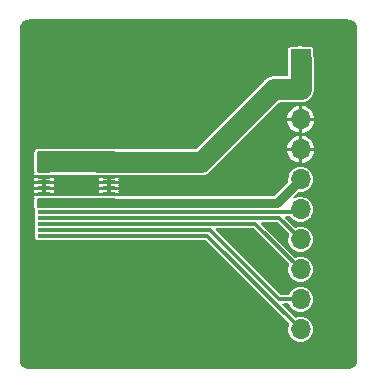
<source format=gbr>
%TF.GenerationSoftware,KiCad,Pcbnew,(6.0.8)*%
%TF.CreationDate,2022-11-20T14:02:22-08:00*%
%TF.ProjectId,mezzanine-breakout-board,6d657a7a-616e-4696-9e65-2d627265616b,rev?*%
%TF.SameCoordinates,Original*%
%TF.FileFunction,Copper,L2,Bot*%
%TF.FilePolarity,Positive*%
%FSLAX46Y46*%
G04 Gerber Fmt 4.6, Leading zero omitted, Abs format (unit mm)*
G04 Created by KiCad (PCBNEW (6.0.8)) date 2022-11-20 14:02:22*
%MOMM*%
%LPD*%
G01*
G04 APERTURE LIST*
G04 Aperture macros list*
%AMRoundRect*
0 Rectangle with rounded corners*
0 $1 Rounding radius*
0 $2 $3 $4 $5 $6 $7 $8 $9 X,Y pos of 4 corners*
0 Add a 4 corners polygon primitive as box body*
4,1,4,$2,$3,$4,$5,$6,$7,$8,$9,$2,$3,0*
0 Add four circle primitives for the rounded corners*
1,1,$1+$1,$2,$3*
1,1,$1+$1,$4,$5*
1,1,$1+$1,$6,$7*
1,1,$1+$1,$8,$9*
0 Add four rect primitives between the rounded corners*
20,1,$1+$1,$2,$3,$4,$5,0*
20,1,$1+$1,$4,$5,$6,$7,0*
20,1,$1+$1,$6,$7,$8,$9,0*
20,1,$1+$1,$8,$9,$2,$3,0*%
G04 Aperture macros list end*
%TA.AperFunction,SMDPad,CuDef*%
%ADD10RoundRect,0.075000X-0.475000X-0.075000X0.475000X-0.075000X0.475000X0.075000X-0.475000X0.075000X0*%
%TD*%
%TA.AperFunction,ComponentPad*%
%ADD11R,1.700000X1.700000*%
%TD*%
%TA.AperFunction,ComponentPad*%
%ADD12O,1.700000X1.700000*%
%TD*%
%TA.AperFunction,Conductor*%
%ADD13C,0.300000*%
%TD*%
%TA.AperFunction,Conductor*%
%ADD14C,0.800000*%
%TD*%
%TA.AperFunction,Conductor*%
%ADD15C,1.800000*%
%TD*%
G04 APERTURE END LIST*
D10*
%TO.P,J1,P$1,CAN_L*%
%TO.N,/CAN_L*%
X124750000Y-109500000D03*
%TO.P,J1,P$2,CAN_H*%
%TO.N,/CAN_H*%
X124750000Y-109000000D03*
%TO.P,J1,P$3,BOOT*%
%TO.N,/BOOT*%
X124750000Y-108500000D03*
%TO.P,J1,P$4,UART_RX*%
%TO.N,/UART_RX*%
X124750000Y-108000000D03*
%TO.P,J1,P$5,UART_TX*%
%TO.N,/UART_TX*%
X124750000Y-107500000D03*
%TO.P,J1,P$6,5V*%
%TO.N,/5V*%
X124750000Y-107000000D03*
%TO.P,J1,P$7,5V*%
X124750000Y-106500000D03*
%TO.P,J1,P$8,GND*%
%TO.N,/GND*%
X124750000Y-106000000D03*
%TO.P,J1,P$9,GND*%
X124750000Y-105500000D03*
%TO.P,J1,P$10,GND*%
X124750000Y-105000000D03*
%TO.P,J1,P$11,GND*%
X124750000Y-104500000D03*
%TO.P,J1,P$12,VBUS*%
%TO.N,/VBUS*%
X124750000Y-104000000D03*
%TO.P,J1,P$13,VBUS*%
X124750000Y-103500000D03*
%TO.P,J1,P$14,VBUS*%
X124750000Y-103000000D03*
%TO.P,J1,P$15,VBUS*%
X124750000Y-102500000D03*
%TO.P,J1,P$16,VBUS*%
X119250000Y-102500000D03*
%TO.P,J1,P$17,VBUS*%
X119250000Y-103000000D03*
%TO.P,J1,P$18,VBUS*%
X119250000Y-103500000D03*
%TO.P,J1,P$19,VBUS*%
X119250000Y-104000000D03*
%TO.P,J1,P$20,GND*%
%TO.N,/GND*%
X119250000Y-104500000D03*
%TO.P,J1,P$21,GND*%
X119250000Y-105000000D03*
%TO.P,J1,P$22,GND*%
X119250000Y-105500000D03*
%TO.P,J1,P$23,GND*%
X119250000Y-106000000D03*
%TO.P,J1,P$24,5V*%
%TO.N,/5V*%
X119250000Y-106500000D03*
%TO.P,J1,P$25,5V*%
X119250000Y-107000000D03*
%TO.P,J1,P$26,UART_TX*%
%TO.N,/UART_TX*%
X119250000Y-107500000D03*
%TO.P,J1,P$27,UART_RX*%
%TO.N,/UART_RX*%
X119250000Y-108000000D03*
%TO.P,J1,P$28,BOOT*%
%TO.N,/BOOT*%
X119250000Y-108500000D03*
%TO.P,J1,P$29,CAN_H*%
%TO.N,/CAN_H*%
X119250000Y-109000000D03*
%TO.P,J1,P$30,CAN_L*%
%TO.N,/CAN_L*%
X119250000Y-109500000D03*
%TD*%
D11*
%TO.P,J2,1,Pin_1*%
%TO.N,/VBUS*%
X141000000Y-94575000D03*
D12*
%TO.P,J2,2,Pin_2*%
X141000000Y-97115000D03*
%TO.P,J2,3,Pin_3*%
%TO.N,/GND*%
X141000000Y-99655000D03*
%TO.P,J2,4,Pin_4*%
X141000000Y-102195000D03*
%TO.P,J2,5,Pin_5*%
%TO.N,/5V*%
X141000000Y-104735000D03*
%TO.P,J2,6,Pin_6*%
%TO.N,/UART_TX*%
X141000000Y-107275000D03*
%TO.P,J2,7,Pin_7*%
%TO.N,/UART_RX*%
X141000000Y-109815000D03*
%TO.P,J2,8,Pin_8*%
%TO.N,/BOOT*%
X141000000Y-112355000D03*
%TO.P,J2,9,Pin_9*%
%TO.N,/CAN_H*%
X141000000Y-114895000D03*
%TO.P,J2,10,Pin_10*%
%TO.N,/CAN_L*%
X141000000Y-117435000D03*
%TD*%
D13*
%TO.N,/CAN_L*%
X133065000Y-109500000D02*
X141000000Y-117435000D01*
X119250000Y-109500000D02*
X124750000Y-109500000D01*
X124750000Y-109500000D02*
X133065000Y-109500000D01*
%TO.N,/CAN_H*%
X133300000Y-109000000D02*
X139195000Y-114895000D01*
X124750000Y-109000000D02*
X133300000Y-109000000D01*
X139195000Y-114895000D02*
X141000000Y-114895000D01*
X119250000Y-109000000D02*
X124750000Y-109000000D01*
%TO.N,/BOOT*%
X137145000Y-108500000D02*
X141000000Y-112355000D01*
X119250000Y-108500000D02*
X124750000Y-108500000D01*
X124750000Y-108500000D02*
X137145000Y-108500000D01*
%TO.N,/UART_RX*%
X124750000Y-108000000D02*
X139185000Y-108000000D01*
X139185000Y-108000000D02*
X141000000Y-109815000D01*
X119250000Y-108000000D02*
X124750000Y-108000000D01*
%TO.N,/UART_TX*%
X124750000Y-107500000D02*
X140775000Y-107500000D01*
X124750000Y-107525000D02*
X124800000Y-107525000D01*
X140775000Y-107500000D02*
X141000000Y-107275000D01*
X124750000Y-107500000D02*
X124750000Y-107525000D01*
X119250000Y-107500000D02*
X124750000Y-107500000D01*
D14*
%TO.N,/5V*%
X138985000Y-106750000D02*
X141000000Y-104735000D01*
X123700000Y-106750000D02*
X138985000Y-106750000D01*
D15*
%TO.N,/VBUS*%
X138735000Y-97115000D02*
X141000000Y-97115000D01*
X123800000Y-103300000D02*
X132550000Y-103300000D01*
X132550000Y-103300000D02*
X138735000Y-97115000D01*
X141000000Y-97115000D02*
X141000000Y-94575000D01*
%TD*%
%TA.AperFunction,Conductor*%
%TO.N,/5V*%
G36*
X124246195Y-106350167D02*
G01*
X124247867Y-106350500D01*
X124252726Y-106350500D01*
X125062376Y-106350499D01*
X125251000Y-106350499D01*
X125309191Y-106369406D01*
X125345155Y-106418906D01*
X125350000Y-106449499D01*
X125350000Y-107050500D01*
X125331093Y-107108691D01*
X125281593Y-107144655D01*
X125251000Y-107149500D01*
X124769710Y-107149500D01*
X124761167Y-107149131D01*
X124730273Y-107146455D01*
X124730272Y-107146455D01*
X124722120Y-107145749D01*
X124714178Y-107147722D01*
X124706021Y-107148364D01*
X124706004Y-107148142D01*
X124694908Y-107149500D01*
X119220885Y-107149500D01*
X119220883Y-107149501D01*
X118749000Y-107149501D01*
X118690809Y-107130594D01*
X118654845Y-107081094D01*
X118650000Y-107050501D01*
X118650000Y-106449500D01*
X118668907Y-106391309D01*
X118718407Y-106355345D01*
X118749000Y-106350500D01*
X118937664Y-106350500D01*
X119752132Y-106350499D01*
X119753802Y-106350167D01*
X119757198Y-106350000D01*
X124242790Y-106350000D01*
X124246195Y-106350167D01*
G37*
%TD.AperFunction*%
%TD*%
%TA.AperFunction,Conductor*%
%TO.N,/GND*%
G36*
X144988169Y-91203018D02*
G01*
X144999641Y-91205656D01*
X145010516Y-91203195D01*
X145021663Y-91203215D01*
X145021661Y-91204219D01*
X145031562Y-91203609D01*
X145117698Y-91212092D01*
X145146272Y-91214906D01*
X145165301Y-91218691D01*
X145296626Y-91258528D01*
X145314555Y-91265955D01*
X145435577Y-91330643D01*
X145451713Y-91341424D01*
X145557798Y-91428485D01*
X145571515Y-91442202D01*
X145639113Y-91524571D01*
X145658576Y-91548287D01*
X145669357Y-91564423D01*
X145734045Y-91685445D01*
X145741472Y-91703373D01*
X145781309Y-91834699D01*
X145785094Y-91853730D01*
X145796384Y-91968363D01*
X145796861Y-91978239D01*
X145796843Y-91988774D01*
X145794344Y-91999641D01*
X145797059Y-92011638D01*
X145799500Y-92033488D01*
X145799500Y-119965983D01*
X145796982Y-119988169D01*
X145794344Y-119999641D01*
X145796805Y-120010516D01*
X145796785Y-120021663D01*
X145795781Y-120021661D01*
X145796391Y-120031562D01*
X145785094Y-120146270D01*
X145781309Y-120165301D01*
X145774308Y-120188380D01*
X145741472Y-120296626D01*
X145734045Y-120314555D01*
X145669357Y-120435577D01*
X145658576Y-120451713D01*
X145571515Y-120557798D01*
X145557798Y-120571515D01*
X145475429Y-120639113D01*
X145451713Y-120658576D01*
X145435577Y-120669357D01*
X145314555Y-120734045D01*
X145296627Y-120741472D01*
X145165301Y-120781309D01*
X145146272Y-120785094D01*
X145031637Y-120796384D01*
X145021761Y-120796861D01*
X145011226Y-120796843D01*
X145000359Y-120794344D01*
X144988359Y-120797059D01*
X144966512Y-120799500D01*
X118034017Y-120799500D01*
X118011831Y-120796982D01*
X118011813Y-120796978D01*
X118000359Y-120794344D01*
X117989484Y-120796805D01*
X117978337Y-120796785D01*
X117978339Y-120795781D01*
X117968438Y-120796391D01*
X117882302Y-120787908D01*
X117853728Y-120785094D01*
X117834699Y-120781309D01*
X117703373Y-120741472D01*
X117685445Y-120734045D01*
X117564423Y-120669357D01*
X117548287Y-120658576D01*
X117524571Y-120639113D01*
X117442202Y-120571515D01*
X117428485Y-120557798D01*
X117341424Y-120451713D01*
X117330643Y-120435577D01*
X117265955Y-120314555D01*
X117258528Y-120296626D01*
X117225692Y-120188380D01*
X117218691Y-120165301D01*
X117214906Y-120146270D01*
X117203658Y-120032058D01*
X117203830Y-120011037D01*
X117204389Y-120006180D01*
X117205655Y-120000718D01*
X117205656Y-120000000D01*
X117203096Y-119988776D01*
X117202980Y-119988266D01*
X117200500Y-119966248D01*
X117200500Y-106161322D01*
X118407475Y-106161322D01*
X118409730Y-106176639D01*
X118414239Y-106191153D01*
X118458903Y-106282122D01*
X118467577Y-106342690D01*
X118464191Y-106356345D01*
X118455761Y-106382290D01*
X118455759Y-106382299D01*
X118454557Y-106385998D01*
X118453948Y-106389842D01*
X118453947Y-106389847D01*
X118445109Y-106445652D01*
X118444500Y-106449500D01*
X118444500Y-107050501D01*
X118447030Y-107082645D01*
X118451875Y-107113238D01*
X118454107Y-107118627D01*
X118454108Y-107118630D01*
X118486358Y-107196491D01*
X118488592Y-107201884D01*
X118492019Y-107206602D01*
X118492022Y-107206606D01*
X118504945Y-107224392D01*
X118523852Y-107282583D01*
X118517507Y-107314478D01*
X118515485Y-107317505D01*
X118499500Y-107397867D01*
X118499501Y-107602132D01*
X118515485Y-107682495D01*
X118520904Y-107690605D01*
X118523840Y-107695000D01*
X118540448Y-107753888D01*
X118523840Y-107805000D01*
X118520905Y-107809393D01*
X118515485Y-107817505D01*
X118499500Y-107897867D01*
X118499501Y-108102132D01*
X118515485Y-108182495D01*
X118520904Y-108190605D01*
X118523840Y-108195000D01*
X118540448Y-108253888D01*
X118523840Y-108305000D01*
X118520905Y-108309393D01*
X118515485Y-108317505D01*
X118513583Y-108327068D01*
X118513582Y-108327070D01*
X118508922Y-108350500D01*
X118499500Y-108397867D01*
X118499501Y-108602132D01*
X118515485Y-108682495D01*
X118520904Y-108690605D01*
X118523840Y-108695000D01*
X118540448Y-108753888D01*
X118523840Y-108805000D01*
X118520905Y-108809393D01*
X118515485Y-108817505D01*
X118513583Y-108827068D01*
X118513582Y-108827070D01*
X118508922Y-108850500D01*
X118499500Y-108897867D01*
X118499501Y-109102132D01*
X118515485Y-109182495D01*
X118520904Y-109190605D01*
X118523840Y-109195000D01*
X118540448Y-109253888D01*
X118523840Y-109305000D01*
X118520905Y-109309393D01*
X118515485Y-109317505D01*
X118499500Y-109397867D01*
X118499501Y-109602132D01*
X118515485Y-109682495D01*
X118576376Y-109773624D01*
X118667505Y-109834515D01*
X118677068Y-109836417D01*
X118677070Y-109836418D01*
X118703621Y-109841699D01*
X118747867Y-109850500D01*
X132878810Y-109850500D01*
X132937001Y-109869407D01*
X132948814Y-109879496D01*
X140001351Y-116932033D01*
X140029128Y-116986550D01*
X140025713Y-117031970D01*
X139967484Y-117215532D01*
X139966944Y-117220344D01*
X139966944Y-117220345D01*
X139965865Y-117229970D01*
X139944520Y-117420262D01*
X139961759Y-117625553D01*
X140018544Y-117823586D01*
X140112712Y-118006818D01*
X140240677Y-118168270D01*
X140244357Y-118171402D01*
X140244359Y-118171404D01*
X140357017Y-118267283D01*
X140397564Y-118301791D01*
X140401787Y-118304151D01*
X140401791Y-118304154D01*
X140441342Y-118326258D01*
X140577398Y-118402297D01*
X140581996Y-118403791D01*
X140768724Y-118464463D01*
X140768726Y-118464464D01*
X140773329Y-118465959D01*
X140977894Y-118490351D01*
X140982716Y-118489980D01*
X140982719Y-118489980D01*
X141050541Y-118484761D01*
X141183300Y-118474546D01*
X141381725Y-118419145D01*
X141386038Y-118416966D01*
X141386044Y-118416964D01*
X141561289Y-118328441D01*
X141561291Y-118328440D01*
X141565610Y-118326258D01*
X141600943Y-118298653D01*
X141724135Y-118202406D01*
X141724139Y-118202402D01*
X141727951Y-118199424D01*
X141862564Y-118043472D01*
X141881231Y-118010613D01*
X141961934Y-117868550D01*
X141961935Y-117868547D01*
X141964323Y-117864344D01*
X141977882Y-117823586D01*
X142027824Y-117673454D01*
X142027824Y-117673452D01*
X142029351Y-117668863D01*
X142055171Y-117464474D01*
X142055583Y-117435000D01*
X142035480Y-117229970D01*
X141975935Y-117032749D01*
X141879218Y-116850849D01*
X141749011Y-116691200D01*
X141590275Y-116559882D01*
X141409055Y-116461897D01*
X141323845Y-116435520D01*
X141216875Y-116402407D01*
X141216871Y-116402406D01*
X141212254Y-116400977D01*
X141207446Y-116400472D01*
X141207443Y-116400471D01*
X141012185Y-116379949D01*
X141012183Y-116379949D01*
X141007369Y-116379443D01*
X140947354Y-116384905D01*
X140807022Y-116397675D01*
X140807017Y-116397676D01*
X140802203Y-116398114D01*
X140787617Y-116402407D01*
X140609222Y-116454911D01*
X140609218Y-116454913D01*
X140604572Y-116456280D01*
X140602503Y-116457361D01*
X140542259Y-116461576D01*
X140496202Y-116435520D01*
X139475186Y-115414504D01*
X139447409Y-115359987D01*
X139456980Y-115299555D01*
X139500245Y-115256290D01*
X139545190Y-115245500D01*
X139938541Y-115245500D01*
X139996732Y-115264407D01*
X140026593Y-115299248D01*
X140057809Y-115359987D01*
X140112712Y-115466818D01*
X140240677Y-115628270D01*
X140244357Y-115631402D01*
X140244359Y-115631404D01*
X140357017Y-115727283D01*
X140397564Y-115761791D01*
X140401787Y-115764151D01*
X140401791Y-115764154D01*
X140441342Y-115786258D01*
X140577398Y-115862297D01*
X140581996Y-115863791D01*
X140768724Y-115924463D01*
X140768726Y-115924464D01*
X140773329Y-115925959D01*
X140977894Y-115950351D01*
X140982716Y-115949980D01*
X140982719Y-115949980D01*
X141050541Y-115944761D01*
X141183300Y-115934546D01*
X141381725Y-115879145D01*
X141386038Y-115876966D01*
X141386044Y-115876964D01*
X141561289Y-115788441D01*
X141561291Y-115788440D01*
X141565610Y-115786258D01*
X141600943Y-115758653D01*
X141724135Y-115662406D01*
X141724139Y-115662402D01*
X141727951Y-115659424D01*
X141862564Y-115503472D01*
X141881231Y-115470613D01*
X141961934Y-115328550D01*
X141961935Y-115328547D01*
X141964323Y-115324344D01*
X141972570Y-115299555D01*
X142027824Y-115133454D01*
X142027824Y-115133452D01*
X142029351Y-115128863D01*
X142055171Y-114924474D01*
X142055583Y-114895000D01*
X142035480Y-114689970D01*
X141975935Y-114492749D01*
X141879218Y-114310849D01*
X141749011Y-114151200D01*
X141590275Y-114019882D01*
X141409055Y-113921897D01*
X141345855Y-113902333D01*
X141216875Y-113862407D01*
X141216871Y-113862406D01*
X141212254Y-113860977D01*
X141207446Y-113860472D01*
X141207443Y-113860471D01*
X141012185Y-113839949D01*
X141012183Y-113839949D01*
X141007369Y-113839443D01*
X140947354Y-113844905D01*
X140807022Y-113857675D01*
X140807017Y-113857676D01*
X140802203Y-113858114D01*
X140604572Y-113916280D01*
X140600288Y-113918519D01*
X140600287Y-113918520D01*
X140589428Y-113924197D01*
X140422002Y-114011726D01*
X140418231Y-114014758D01*
X140265220Y-114137781D01*
X140265217Y-114137783D01*
X140261447Y-114140815D01*
X140258333Y-114144526D01*
X140258332Y-114144527D01*
X140249585Y-114154952D01*
X140129024Y-114298630D01*
X140126689Y-114302878D01*
X140126688Y-114302879D01*
X140119955Y-114315126D01*
X140029776Y-114479162D01*
X140028310Y-114483784D01*
X140028003Y-114484500D01*
X139987701Y-114530537D01*
X139937008Y-114544500D01*
X139381190Y-114544500D01*
X139322999Y-114525593D01*
X139311186Y-114515504D01*
X133815186Y-109019504D01*
X133787409Y-108964987D01*
X133796980Y-108904555D01*
X133840245Y-108861290D01*
X133885190Y-108850500D01*
X136958810Y-108850500D01*
X137017001Y-108869407D01*
X137028814Y-108879496D01*
X140001351Y-111852033D01*
X140029128Y-111906550D01*
X140025713Y-111951970D01*
X139967484Y-112135532D01*
X139966944Y-112140344D01*
X139966944Y-112140345D01*
X139965865Y-112149970D01*
X139944520Y-112340262D01*
X139961759Y-112545553D01*
X140018544Y-112743586D01*
X140112712Y-112926818D01*
X140240677Y-113088270D01*
X140244357Y-113091402D01*
X140244359Y-113091404D01*
X140357017Y-113187283D01*
X140397564Y-113221791D01*
X140401787Y-113224151D01*
X140401791Y-113224154D01*
X140441342Y-113246258D01*
X140577398Y-113322297D01*
X140581996Y-113323791D01*
X140768724Y-113384463D01*
X140768726Y-113384464D01*
X140773329Y-113385959D01*
X140977894Y-113410351D01*
X140982716Y-113409980D01*
X140982719Y-113409980D01*
X141050541Y-113404761D01*
X141183300Y-113394546D01*
X141381725Y-113339145D01*
X141386038Y-113336966D01*
X141386044Y-113336964D01*
X141561289Y-113248441D01*
X141561291Y-113248440D01*
X141565610Y-113246258D01*
X141600943Y-113218653D01*
X141724135Y-113122406D01*
X141724139Y-113122402D01*
X141727951Y-113119424D01*
X141862564Y-112963472D01*
X141881231Y-112930613D01*
X141961934Y-112788550D01*
X141961935Y-112788547D01*
X141964323Y-112784344D01*
X141977882Y-112743586D01*
X142027824Y-112593454D01*
X142027824Y-112593452D01*
X142029351Y-112588863D01*
X142055171Y-112384474D01*
X142055583Y-112355000D01*
X142035480Y-112149970D01*
X141975935Y-111952749D01*
X141879218Y-111770849D01*
X141749011Y-111611200D01*
X141590275Y-111479882D01*
X141409055Y-111381897D01*
X141323845Y-111355520D01*
X141216875Y-111322407D01*
X141216871Y-111322406D01*
X141212254Y-111320977D01*
X141207446Y-111320472D01*
X141207443Y-111320471D01*
X141012185Y-111299949D01*
X141012183Y-111299949D01*
X141007369Y-111299443D01*
X140947354Y-111304905D01*
X140807022Y-111317675D01*
X140807017Y-111317676D01*
X140802203Y-111318114D01*
X140787617Y-111322407D01*
X140609222Y-111374911D01*
X140609218Y-111374913D01*
X140604572Y-111376280D01*
X140602503Y-111377361D01*
X140542259Y-111381576D01*
X140496202Y-111355520D01*
X137660186Y-108519504D01*
X137632409Y-108464987D01*
X137641980Y-108404555D01*
X137685245Y-108361290D01*
X137730190Y-108350500D01*
X138998810Y-108350500D01*
X139057001Y-108369407D01*
X139068814Y-108379496D01*
X140001351Y-109312033D01*
X140029128Y-109366550D01*
X140025713Y-109411970D01*
X139967484Y-109595532D01*
X139966944Y-109600344D01*
X139966944Y-109600345D01*
X139948418Y-109765514D01*
X139944520Y-109800262D01*
X139961759Y-110005553D01*
X140018544Y-110203586D01*
X140112712Y-110386818D01*
X140240677Y-110548270D01*
X140244357Y-110551402D01*
X140244359Y-110551404D01*
X140357017Y-110647283D01*
X140397564Y-110681791D01*
X140401787Y-110684151D01*
X140401791Y-110684154D01*
X140441342Y-110706258D01*
X140577398Y-110782297D01*
X140581996Y-110783791D01*
X140768724Y-110844463D01*
X140768726Y-110844464D01*
X140773329Y-110845959D01*
X140977894Y-110870351D01*
X140982716Y-110869980D01*
X140982719Y-110869980D01*
X141050541Y-110864761D01*
X141183300Y-110854546D01*
X141381725Y-110799145D01*
X141386038Y-110796966D01*
X141386044Y-110796964D01*
X141561289Y-110708441D01*
X141561291Y-110708440D01*
X141565610Y-110706258D01*
X141600943Y-110678653D01*
X141724135Y-110582406D01*
X141724139Y-110582402D01*
X141727951Y-110579424D01*
X141862564Y-110423472D01*
X141881231Y-110390613D01*
X141961934Y-110248550D01*
X141961935Y-110248547D01*
X141964323Y-110244344D01*
X141977882Y-110203586D01*
X142027824Y-110053454D01*
X142027824Y-110053452D01*
X142029351Y-110048863D01*
X142055171Y-109844474D01*
X142055583Y-109815000D01*
X142053667Y-109795454D01*
X142035952Y-109614780D01*
X142035951Y-109614776D01*
X142035480Y-109609970D01*
X141975935Y-109412749D01*
X141879218Y-109230849D01*
X141749011Y-109071200D01*
X141745282Y-109068115D01*
X141594002Y-108942965D01*
X141594000Y-108942964D01*
X141590275Y-108939882D01*
X141409055Y-108841897D01*
X141323845Y-108815520D01*
X141216875Y-108782407D01*
X141216871Y-108782406D01*
X141212254Y-108780977D01*
X141207446Y-108780472D01*
X141207443Y-108780471D01*
X141012185Y-108759949D01*
X141012183Y-108759949D01*
X141007369Y-108759443D01*
X140947354Y-108764905D01*
X140807022Y-108777675D01*
X140807017Y-108777676D01*
X140802203Y-108778114D01*
X140787617Y-108782407D01*
X140609222Y-108834911D01*
X140609218Y-108834913D01*
X140604572Y-108836280D01*
X140602503Y-108837361D01*
X140542259Y-108841576D01*
X140496202Y-108815520D01*
X139700186Y-108019504D01*
X139672409Y-107964987D01*
X139681980Y-107904555D01*
X139725245Y-107861290D01*
X139770190Y-107850500D01*
X140067771Y-107850500D01*
X140125962Y-107869407D01*
X140145357Y-107888006D01*
X140240677Y-108008270D01*
X140244357Y-108011402D01*
X140244359Y-108011404D01*
X140345254Y-108097272D01*
X140397564Y-108141791D01*
X140401787Y-108144151D01*
X140401791Y-108144154D01*
X140441342Y-108166258D01*
X140577398Y-108242297D01*
X140581996Y-108243791D01*
X140768724Y-108304463D01*
X140768726Y-108304464D01*
X140773329Y-108305959D01*
X140977894Y-108330351D01*
X140982716Y-108329980D01*
X140982719Y-108329980D01*
X141050541Y-108324761D01*
X141183300Y-108314546D01*
X141381725Y-108259145D01*
X141386038Y-108256966D01*
X141386044Y-108256964D01*
X141561289Y-108168441D01*
X141561291Y-108168440D01*
X141565610Y-108166258D01*
X141653909Y-108097272D01*
X141724135Y-108042406D01*
X141724139Y-108042402D01*
X141727951Y-108039424D01*
X141745146Y-108019504D01*
X141792203Y-107964987D01*
X141862564Y-107883472D01*
X141904647Y-107809393D01*
X141961934Y-107708550D01*
X141961935Y-107708547D01*
X141964323Y-107704344D01*
X141967432Y-107695000D01*
X142027824Y-107513454D01*
X142027824Y-107513452D01*
X142029351Y-107508863D01*
X142055171Y-107304474D01*
X142055583Y-107275000D01*
X142055313Y-107272244D01*
X142035952Y-107074780D01*
X142035951Y-107074776D01*
X142035480Y-107069970D01*
X142034004Y-107065079D01*
X141977333Y-106877380D01*
X141975935Y-106872749D01*
X141879218Y-106690849D01*
X141749011Y-106531200D01*
X141650253Y-106449500D01*
X141594002Y-106402965D01*
X141594000Y-106402964D01*
X141590275Y-106399882D01*
X141409055Y-106301897D01*
X141313029Y-106272172D01*
X141216875Y-106242407D01*
X141216871Y-106242406D01*
X141212254Y-106240977D01*
X141207446Y-106240472D01*
X141207443Y-106240471D01*
X141012185Y-106219949D01*
X141012183Y-106219949D01*
X141007369Y-106219443D01*
X140947354Y-106224905D01*
X140807022Y-106237675D01*
X140807017Y-106237676D01*
X140802203Y-106238114D01*
X140604572Y-106296280D01*
X140600288Y-106298519D01*
X140600287Y-106298520D01*
X140514448Y-106343396D01*
X140454119Y-106353600D01*
X140399315Y-106326395D01*
X140370967Y-106272172D01*
X140379905Y-106211643D01*
X140398577Y-106185658D01*
X140779496Y-105804739D01*
X140834013Y-105776962D01*
X140861222Y-105776439D01*
X140888750Y-105779721D01*
X140977894Y-105790351D01*
X140982716Y-105789980D01*
X140982719Y-105789980D01*
X141050541Y-105784761D01*
X141183300Y-105774546D01*
X141381725Y-105719145D01*
X141386038Y-105716966D01*
X141386044Y-105716964D01*
X141561289Y-105628441D01*
X141561291Y-105628440D01*
X141565610Y-105626258D01*
X141569427Y-105623276D01*
X141724135Y-105502406D01*
X141724139Y-105502402D01*
X141727951Y-105499424D01*
X141862564Y-105343472D01*
X141864957Y-105339260D01*
X141961934Y-105168550D01*
X141961935Y-105168547D01*
X141964323Y-105164344D01*
X141967724Y-105154122D01*
X142027824Y-104973454D01*
X142027824Y-104973452D01*
X142029351Y-104968863D01*
X142033263Y-104937900D01*
X142054823Y-104767228D01*
X142055171Y-104764474D01*
X142055583Y-104735000D01*
X142049861Y-104676639D01*
X142035952Y-104534780D01*
X142035951Y-104534776D01*
X142035480Y-104529970D01*
X141975935Y-104332749D01*
X141879218Y-104150849D01*
X141749011Y-103991200D01*
X141590275Y-103859882D01*
X141409055Y-103761897D01*
X141345855Y-103742333D01*
X141216875Y-103702407D01*
X141216871Y-103702406D01*
X141212254Y-103700977D01*
X141207446Y-103700472D01*
X141207443Y-103700471D01*
X141012185Y-103679949D01*
X141012183Y-103679949D01*
X141007369Y-103679443D01*
X140947354Y-103684905D01*
X140807022Y-103697675D01*
X140807017Y-103697676D01*
X140802203Y-103698114D01*
X140604572Y-103756280D01*
X140600288Y-103758519D01*
X140600287Y-103758520D01*
X140589428Y-103764197D01*
X140422002Y-103851726D01*
X140418231Y-103854758D01*
X140265220Y-103977781D01*
X140265217Y-103977783D01*
X140261447Y-103980815D01*
X140258333Y-103984526D01*
X140258332Y-103984527D01*
X140155170Y-104107471D01*
X140129024Y-104138630D01*
X140126689Y-104142878D01*
X140126688Y-104142879D01*
X140122028Y-104151356D01*
X140029776Y-104319162D01*
X140028313Y-104323775D01*
X140028311Y-104323779D01*
X140003328Y-104402537D01*
X139967484Y-104515532D01*
X139966944Y-104520344D01*
X139966944Y-104520345D01*
X139947785Y-104691157D01*
X139944520Y-104720262D01*
X139955415Y-104850000D01*
X139957794Y-104878332D01*
X139943822Y-104937900D01*
X139929145Y-104956620D01*
X138765261Y-106120504D01*
X138710744Y-106148281D01*
X138695257Y-106149500D01*
X125287209Y-106149500D01*
X125271723Y-106148281D01*
X125254848Y-106145608D01*
X125254843Y-106145608D01*
X125251000Y-106144999D01*
X125247106Y-106144999D01*
X124726075Y-106145000D01*
X124260439Y-106145000D01*
X124255589Y-106144881D01*
X124253455Y-106144776D01*
X124253428Y-106144775D01*
X124252857Y-106144747D01*
X124252274Y-106144733D01*
X124252255Y-106144732D01*
X124243374Y-106144514D01*
X124243348Y-106144514D01*
X124242790Y-106144500D01*
X119757198Y-106144500D01*
X119756635Y-106144514D01*
X119756621Y-106144514D01*
X119747737Y-106144732D01*
X119747700Y-106144733D01*
X119747105Y-106144748D01*
X119746471Y-106144779D01*
X119746422Y-106144781D01*
X119744422Y-106144879D01*
X119739559Y-106144999D01*
X119106461Y-106145000D01*
X118749000Y-106145000D01*
X118716856Y-106147530D01*
X118708957Y-106148781D01*
X118693471Y-106150000D01*
X118421488Y-106150000D01*
X118408803Y-106154122D01*
X118407986Y-106155245D01*
X118407475Y-106161322D01*
X117200500Y-106161322D01*
X117200500Y-105661322D01*
X118407475Y-105661322D01*
X118409730Y-105676639D01*
X118414240Y-105691157D01*
X118421746Y-105706444D01*
X118430419Y-105767012D01*
X118421822Y-105793551D01*
X118414033Y-105809486D01*
X118409551Y-105823986D01*
X118408020Y-105834483D01*
X118410267Y-105847632D01*
X118411286Y-105848626D01*
X118417166Y-105850000D01*
X119084320Y-105850000D01*
X119097005Y-105845878D01*
X119100000Y-105841757D01*
X119100000Y-105834320D01*
X119400000Y-105834320D01*
X119404122Y-105847005D01*
X119408243Y-105850000D01*
X120078512Y-105850000D01*
X120091197Y-105845878D01*
X120092014Y-105844755D01*
X120092525Y-105838678D01*
X120090270Y-105823361D01*
X120085760Y-105808843D01*
X120078254Y-105793556D01*
X120069581Y-105732988D01*
X120078178Y-105706449D01*
X120085967Y-105690514D01*
X120090449Y-105676014D01*
X120091980Y-105665517D01*
X120091263Y-105661322D01*
X123907475Y-105661322D01*
X123909730Y-105676639D01*
X123914240Y-105691157D01*
X123921746Y-105706444D01*
X123930419Y-105767012D01*
X123921822Y-105793551D01*
X123914033Y-105809486D01*
X123909551Y-105823986D01*
X123908020Y-105834483D01*
X123910267Y-105847632D01*
X123911286Y-105848626D01*
X123917166Y-105850000D01*
X124584320Y-105850000D01*
X124597005Y-105845878D01*
X124600000Y-105841757D01*
X124600000Y-105834320D01*
X124900000Y-105834320D01*
X124904122Y-105847005D01*
X124908243Y-105850000D01*
X125578512Y-105850000D01*
X125591197Y-105845878D01*
X125592014Y-105844755D01*
X125592525Y-105838678D01*
X125590270Y-105823361D01*
X125585760Y-105808843D01*
X125578254Y-105793556D01*
X125569581Y-105732988D01*
X125578178Y-105706449D01*
X125585967Y-105690514D01*
X125590449Y-105676014D01*
X125591980Y-105665517D01*
X125589733Y-105652368D01*
X125588714Y-105651374D01*
X125582834Y-105650000D01*
X124915680Y-105650000D01*
X124902995Y-105654122D01*
X124900000Y-105658243D01*
X124900000Y-105834320D01*
X124600000Y-105834320D01*
X124600000Y-105665680D01*
X124595878Y-105652995D01*
X124591757Y-105650000D01*
X123921488Y-105650000D01*
X123908803Y-105654122D01*
X123907986Y-105655245D01*
X123907475Y-105661322D01*
X120091263Y-105661322D01*
X120089733Y-105652368D01*
X120088714Y-105651374D01*
X120082834Y-105650000D01*
X119415680Y-105650000D01*
X119402995Y-105654122D01*
X119400000Y-105658243D01*
X119400000Y-105834320D01*
X119100000Y-105834320D01*
X119100000Y-105665680D01*
X119095878Y-105652995D01*
X119091757Y-105650000D01*
X118421488Y-105650000D01*
X118408803Y-105654122D01*
X118407986Y-105655245D01*
X118407475Y-105661322D01*
X117200500Y-105661322D01*
X117200500Y-105161322D01*
X118407475Y-105161322D01*
X118409730Y-105176639D01*
X118414240Y-105191157D01*
X118421746Y-105206444D01*
X118430419Y-105267012D01*
X118421822Y-105293551D01*
X118414033Y-105309486D01*
X118409551Y-105323986D01*
X118408020Y-105334483D01*
X118410267Y-105347632D01*
X118411286Y-105348626D01*
X118417166Y-105350000D01*
X119084320Y-105350000D01*
X119097005Y-105345878D01*
X119100000Y-105341757D01*
X119100000Y-105334320D01*
X119400000Y-105334320D01*
X119404122Y-105347005D01*
X119408243Y-105350000D01*
X120078512Y-105350000D01*
X120091197Y-105345878D01*
X120092014Y-105344755D01*
X120092525Y-105338678D01*
X120090270Y-105323361D01*
X120085760Y-105308843D01*
X120078254Y-105293556D01*
X120069581Y-105232988D01*
X120078178Y-105206449D01*
X120085967Y-105190514D01*
X120090449Y-105176014D01*
X120091980Y-105165517D01*
X120091263Y-105161322D01*
X123907475Y-105161322D01*
X123909730Y-105176639D01*
X123914240Y-105191157D01*
X123921746Y-105206444D01*
X123930419Y-105267012D01*
X123921822Y-105293551D01*
X123914033Y-105309486D01*
X123909551Y-105323986D01*
X123908020Y-105334483D01*
X123910267Y-105347632D01*
X123911286Y-105348626D01*
X123917166Y-105350000D01*
X124584320Y-105350000D01*
X124597005Y-105345878D01*
X124600000Y-105341757D01*
X124600000Y-105334320D01*
X124900000Y-105334320D01*
X124904122Y-105347005D01*
X124908243Y-105350000D01*
X125578512Y-105350000D01*
X125591197Y-105345878D01*
X125592014Y-105344755D01*
X125592525Y-105338678D01*
X125590270Y-105323361D01*
X125585760Y-105308843D01*
X125578254Y-105293556D01*
X125569581Y-105232988D01*
X125578178Y-105206449D01*
X125585967Y-105190514D01*
X125590449Y-105176014D01*
X125591980Y-105165517D01*
X125589733Y-105152368D01*
X125588714Y-105151374D01*
X125582834Y-105150000D01*
X124915680Y-105150000D01*
X124902995Y-105154122D01*
X124900000Y-105158243D01*
X124900000Y-105334320D01*
X124600000Y-105334320D01*
X124600000Y-105165680D01*
X124595878Y-105152995D01*
X124591757Y-105150000D01*
X123921488Y-105150000D01*
X123908803Y-105154122D01*
X123907986Y-105155245D01*
X123907475Y-105161322D01*
X120091263Y-105161322D01*
X120089733Y-105152368D01*
X120088714Y-105151374D01*
X120082834Y-105150000D01*
X119415680Y-105150000D01*
X119402995Y-105154122D01*
X119400000Y-105158243D01*
X119400000Y-105334320D01*
X119100000Y-105334320D01*
X119100000Y-105165680D01*
X119095878Y-105152995D01*
X119091757Y-105150000D01*
X118421488Y-105150000D01*
X118408803Y-105154122D01*
X118407986Y-105155245D01*
X118407475Y-105161322D01*
X117200500Y-105161322D01*
X117200500Y-104661322D01*
X118407475Y-104661322D01*
X118409730Y-104676639D01*
X118414240Y-104691157D01*
X118421746Y-104706444D01*
X118430419Y-104767012D01*
X118421822Y-104793551D01*
X118414033Y-104809486D01*
X118409551Y-104823986D01*
X118408020Y-104834483D01*
X118410267Y-104847632D01*
X118411286Y-104848626D01*
X118417166Y-104850000D01*
X119084320Y-104850000D01*
X119097005Y-104845878D01*
X119100000Y-104841757D01*
X119100000Y-104834320D01*
X119400000Y-104834320D01*
X119404122Y-104847005D01*
X119408243Y-104850000D01*
X120078512Y-104850000D01*
X120091197Y-104845878D01*
X120092014Y-104844755D01*
X120092525Y-104838678D01*
X120090270Y-104823361D01*
X120085760Y-104808843D01*
X120078254Y-104793556D01*
X120069581Y-104732988D01*
X120078178Y-104706449D01*
X120085967Y-104690514D01*
X120090449Y-104676014D01*
X120091980Y-104665517D01*
X120091263Y-104661322D01*
X123907475Y-104661322D01*
X123909730Y-104676639D01*
X123914240Y-104691157D01*
X123921746Y-104706444D01*
X123930419Y-104767012D01*
X123921822Y-104793551D01*
X123914033Y-104809486D01*
X123909551Y-104823986D01*
X123908020Y-104834483D01*
X123910267Y-104847632D01*
X123911286Y-104848626D01*
X123917166Y-104850000D01*
X124584320Y-104850000D01*
X124597005Y-104845878D01*
X124600000Y-104841757D01*
X124600000Y-104834320D01*
X124900000Y-104834320D01*
X124904122Y-104847005D01*
X124908243Y-104850000D01*
X125578512Y-104850000D01*
X125591197Y-104845878D01*
X125592014Y-104844755D01*
X125592525Y-104838678D01*
X125590270Y-104823361D01*
X125585760Y-104808843D01*
X125578254Y-104793556D01*
X125569581Y-104732988D01*
X125578178Y-104706449D01*
X125585967Y-104690514D01*
X125590449Y-104676014D01*
X125591980Y-104665517D01*
X125589733Y-104652368D01*
X125588714Y-104651374D01*
X125582834Y-104650000D01*
X124915680Y-104650000D01*
X124902995Y-104654122D01*
X124900000Y-104658243D01*
X124900000Y-104834320D01*
X124600000Y-104834320D01*
X124600000Y-104665680D01*
X124595878Y-104652995D01*
X124591757Y-104650000D01*
X123921488Y-104650000D01*
X123908803Y-104654122D01*
X123907986Y-104655245D01*
X123907475Y-104661322D01*
X120091263Y-104661322D01*
X120089733Y-104652368D01*
X120088714Y-104651374D01*
X120082834Y-104650000D01*
X119415680Y-104650000D01*
X119402995Y-104654122D01*
X119400000Y-104658243D01*
X119400000Y-104834320D01*
X119100000Y-104834320D01*
X119100000Y-104665680D01*
X119095878Y-104652995D01*
X119091757Y-104650000D01*
X118421488Y-104650000D01*
X118408803Y-104654122D01*
X118407986Y-104655245D01*
X118407475Y-104661322D01*
X117200500Y-104661322D01*
X117200500Y-104334483D01*
X118408020Y-104334483D01*
X118410267Y-104347632D01*
X118411286Y-104348626D01*
X118417166Y-104350000D01*
X118709634Y-104350000D01*
X118725120Y-104351219D01*
X118745152Y-104354392D01*
X118745157Y-104354392D01*
X118749000Y-104355001D01*
X118752894Y-104355001D01*
X119273925Y-104355000D01*
X119739561Y-104355000D01*
X119744411Y-104355119D01*
X119746545Y-104355224D01*
X119746572Y-104355225D01*
X119747143Y-104355253D01*
X119747726Y-104355267D01*
X119747745Y-104355268D01*
X119756626Y-104355486D01*
X119756652Y-104355486D01*
X119757210Y-104355500D01*
X123458112Y-104355500D01*
X123484334Y-104359302D01*
X123486019Y-104359981D01*
X123490642Y-104360884D01*
X123490646Y-104360885D01*
X123688627Y-104399548D01*
X123688634Y-104399549D01*
X123692122Y-104400230D01*
X123697643Y-104400500D01*
X132448699Y-104400500D01*
X132459686Y-104401427D01*
X132459688Y-104401402D01*
X132464388Y-104401747D01*
X132469034Y-104402537D01*
X132561290Y-104400524D01*
X132563450Y-104400500D01*
X132602469Y-104400500D01*
X132610756Y-104399709D01*
X132617984Y-104399287D01*
X132674265Y-104398059D01*
X132674266Y-104398059D01*
X132678981Y-104397956D01*
X132712990Y-104390634D01*
X132724421Y-104388865D01*
X132754351Y-104386009D01*
X132754352Y-104386009D01*
X132759046Y-104385561D01*
X132763569Y-104384234D01*
X132763575Y-104384233D01*
X132817599Y-104368384D01*
X132824627Y-104366599D01*
X132836197Y-104364108D01*
X132879662Y-104354751D01*
X132879669Y-104354749D01*
X132884271Y-104353758D01*
X132888605Y-104351914D01*
X132888608Y-104351913D01*
X132916285Y-104340137D01*
X132927175Y-104336238D01*
X132933157Y-104334483D01*
X132960549Y-104326447D01*
X132964736Y-104324291D01*
X132964745Y-104324287D01*
X133014797Y-104298508D01*
X133021343Y-104295434D01*
X133077502Y-104271538D01*
X133081409Y-104268908D01*
X133081412Y-104268906D01*
X133106356Y-104252112D01*
X133116317Y-104246221D01*
X133143054Y-104232451D01*
X133143058Y-104232448D01*
X133147239Y-104230295D01*
X133195220Y-104192606D01*
X133201085Y-104188337D01*
X133248744Y-104156251D01*
X133248749Y-104156247D01*
X133251699Y-104154261D01*
X133255794Y-104150548D01*
X133277365Y-104128977D01*
X133286215Y-104121128D01*
X133308672Y-104103488D01*
X133308673Y-104103487D01*
X133312379Y-104100576D01*
X133353477Y-104053215D01*
X133358245Y-104048097D01*
X135051937Y-102354405D01*
X139857898Y-102354405D01*
X139858995Y-102371145D01*
X139860408Y-102380064D01*
X139910200Y-102576121D01*
X139913220Y-102584649D01*
X139997904Y-102768341D01*
X140002422Y-102776167D01*
X140119171Y-102941363D01*
X140125035Y-102948229D01*
X140269931Y-103089381D01*
X140276954Y-103095068D01*
X140445138Y-103207446D01*
X140453093Y-103211764D01*
X140638929Y-103291606D01*
X140647540Y-103294404D01*
X140839830Y-103337914D01*
X140847167Y-103335840D01*
X140849787Y-103332514D01*
X140850000Y-103331317D01*
X140850000Y-103319679D01*
X141150000Y-103319679D01*
X141154122Y-103332364D01*
X141155292Y-103333215D01*
X141161272Y-103333725D01*
X141265115Y-103318668D01*
X141273914Y-103316556D01*
X141465450Y-103251538D01*
X141473714Y-103247858D01*
X141650194Y-103149026D01*
X141657652Y-103143900D01*
X141813157Y-103014568D01*
X141819568Y-103008157D01*
X141948900Y-102852652D01*
X141954026Y-102845194D01*
X142052858Y-102668714D01*
X142056538Y-102660450D01*
X142121556Y-102468914D01*
X142123668Y-102460115D01*
X142138109Y-102360518D01*
X142135850Y-102347372D01*
X142134815Y-102346363D01*
X142128968Y-102345000D01*
X141165680Y-102345000D01*
X141152995Y-102349122D01*
X141150000Y-102353243D01*
X141150000Y-103319679D01*
X140850000Y-103319679D01*
X140850000Y-102360680D01*
X140845878Y-102347995D01*
X140841757Y-102345000D01*
X139872962Y-102345000D01*
X139860277Y-102349122D01*
X139858202Y-102351978D01*
X139857898Y-102354405D01*
X135051937Y-102354405D01*
X135376914Y-102029428D01*
X139861487Y-102029428D01*
X139864090Y-102042511D01*
X139865663Y-102043965D01*
X139870378Y-102045000D01*
X140834320Y-102045000D01*
X140847005Y-102040878D01*
X140850000Y-102036757D01*
X140850000Y-102029320D01*
X141150000Y-102029320D01*
X141154122Y-102042005D01*
X141158243Y-102045000D01*
X142125464Y-102045000D01*
X142138149Y-102040878D01*
X142139818Y-102038582D01*
X142140222Y-102034966D01*
X142136003Y-101989048D01*
X142134356Y-101980164D01*
X142079449Y-101785481D01*
X142076208Y-101777037D01*
X141986745Y-101595624D01*
X141982020Y-101587914D01*
X141860994Y-101425840D01*
X141854945Y-101419122D01*
X141706405Y-101281814D01*
X141699240Y-101276315D01*
X141528163Y-101168374D01*
X141520110Y-101164271D01*
X141332229Y-101089314D01*
X141323571Y-101086749D01*
X141165379Y-101055283D01*
X141152132Y-101056851D01*
X141152100Y-101056881D01*
X141150000Y-101064928D01*
X141150000Y-102029320D01*
X140850000Y-102029320D01*
X140850000Y-101069517D01*
X140845878Y-101056832D01*
X140845274Y-101056393D01*
X140838127Y-101055877D01*
X140705559Y-101078657D01*
X140696823Y-101080998D01*
X140507050Y-101151009D01*
X140498887Y-101154902D01*
X140325047Y-101258326D01*
X140317745Y-101263631D01*
X140165657Y-101397010D01*
X140159434Y-101403568D01*
X140034209Y-101562415D01*
X140029284Y-101569998D01*
X139935097Y-101749018D01*
X139931643Y-101757358D01*
X139871658Y-101950538D01*
X139869777Y-101959389D01*
X139861487Y-102029428D01*
X135376914Y-102029428D01*
X137591937Y-99814405D01*
X139857898Y-99814405D01*
X139858995Y-99831145D01*
X139860408Y-99840064D01*
X139910200Y-100036121D01*
X139913220Y-100044649D01*
X139997904Y-100228341D01*
X140002422Y-100236167D01*
X140119171Y-100401363D01*
X140125035Y-100408229D01*
X140269931Y-100549381D01*
X140276954Y-100555068D01*
X140445138Y-100667446D01*
X140453093Y-100671764D01*
X140638929Y-100751606D01*
X140647540Y-100754404D01*
X140839830Y-100797914D01*
X140847167Y-100795840D01*
X140849787Y-100792514D01*
X140850000Y-100791317D01*
X140850000Y-100779679D01*
X141150000Y-100779679D01*
X141154122Y-100792364D01*
X141155292Y-100793215D01*
X141161272Y-100793725D01*
X141265115Y-100778668D01*
X141273914Y-100776556D01*
X141465450Y-100711538D01*
X141473714Y-100707858D01*
X141650194Y-100609026D01*
X141657652Y-100603900D01*
X141813157Y-100474568D01*
X141819568Y-100468157D01*
X141948900Y-100312652D01*
X141954026Y-100305194D01*
X142052858Y-100128714D01*
X142056538Y-100120450D01*
X142121556Y-99928914D01*
X142123668Y-99920115D01*
X142138109Y-99820518D01*
X142135850Y-99807372D01*
X142134815Y-99806363D01*
X142128968Y-99805000D01*
X141165680Y-99805000D01*
X141152995Y-99809122D01*
X141150000Y-99813243D01*
X141150000Y-100779679D01*
X140850000Y-100779679D01*
X140850000Y-99820680D01*
X140845878Y-99807995D01*
X140841757Y-99805000D01*
X139872962Y-99805000D01*
X139860277Y-99809122D01*
X139858202Y-99811978D01*
X139857898Y-99814405D01*
X137591937Y-99814405D01*
X137916914Y-99489428D01*
X139861487Y-99489428D01*
X139864090Y-99502511D01*
X139865663Y-99503965D01*
X139870378Y-99505000D01*
X140834320Y-99505000D01*
X140847005Y-99500878D01*
X140850000Y-99496757D01*
X140850000Y-99489320D01*
X141150000Y-99489320D01*
X141154122Y-99502005D01*
X141158243Y-99505000D01*
X142125464Y-99505000D01*
X142138149Y-99500878D01*
X142139818Y-99498582D01*
X142140222Y-99494966D01*
X142136003Y-99449048D01*
X142134356Y-99440164D01*
X142079449Y-99245481D01*
X142076208Y-99237037D01*
X141986745Y-99055624D01*
X141982020Y-99047914D01*
X141860994Y-98885840D01*
X141854945Y-98879122D01*
X141706405Y-98741814D01*
X141699240Y-98736315D01*
X141528163Y-98628374D01*
X141520110Y-98624271D01*
X141332229Y-98549314D01*
X141323571Y-98546749D01*
X141165379Y-98515283D01*
X141152132Y-98516851D01*
X141152100Y-98516881D01*
X141150000Y-98524928D01*
X141150000Y-99489320D01*
X140850000Y-99489320D01*
X140850000Y-98529517D01*
X140845878Y-98516832D01*
X140845274Y-98516393D01*
X140838127Y-98515877D01*
X140705559Y-98538657D01*
X140696823Y-98540998D01*
X140507050Y-98611009D01*
X140498887Y-98614902D01*
X140325047Y-98718326D01*
X140317745Y-98723631D01*
X140165657Y-98857010D01*
X140159434Y-98863568D01*
X140034209Y-99022415D01*
X140029284Y-99029998D01*
X139935097Y-99209018D01*
X139931643Y-99217358D01*
X139871658Y-99410538D01*
X139869777Y-99419389D01*
X139861487Y-99489428D01*
X137916914Y-99489428D01*
X139161846Y-98244496D01*
X139216363Y-98216719D01*
X139231850Y-98215500D01*
X140913437Y-98215500D01*
X140927631Y-98216523D01*
X140945996Y-98219186D01*
X140950707Y-98218968D01*
X140950708Y-98218968D01*
X141023345Y-98215606D01*
X141027922Y-98215500D01*
X141052469Y-98215500D01*
X141054814Y-98215276D01*
X141054820Y-98215276D01*
X141062520Y-98214541D01*
X141075355Y-98213317D01*
X141080144Y-98212977D01*
X141133167Y-98210523D01*
X141151060Y-98209695D01*
X141151061Y-98209695D01*
X141155767Y-98209477D01*
X141160345Y-98208374D01*
X141160350Y-98208373D01*
X141175285Y-98204774D01*
X141189073Y-98202467D01*
X141199982Y-98201426D01*
X141209046Y-98200561D01*
X141281672Y-98179255D01*
X141286346Y-98178007D01*
X141305601Y-98173367D01*
X141359918Y-98160276D01*
X141378189Y-98151969D01*
X141391290Y-98147097D01*
X141410549Y-98141447D01*
X141414734Y-98139292D01*
X141414738Y-98139290D01*
X141477831Y-98106795D01*
X141482184Y-98104686D01*
X141498962Y-98097057D01*
X141551081Y-98073360D01*
X141554923Y-98070635D01*
X141554926Y-98070633D01*
X141567454Y-98061746D01*
X141579396Y-98054485D01*
X141597239Y-98045295D01*
X141656765Y-97998537D01*
X141660619Y-97995659D01*
X141718518Y-97954589D01*
X141718522Y-97954585D01*
X141722360Y-97951863D01*
X141736239Y-97937365D01*
X141746597Y-97927973D01*
X141758671Y-97918489D01*
X141758673Y-97918487D01*
X141762379Y-97915576D01*
X141765473Y-97912011D01*
X141811990Y-97858405D01*
X141815249Y-97854829D01*
X141864317Y-97803572D01*
X141867575Y-97800169D01*
X141878459Y-97783313D01*
X141886853Y-97772134D01*
X141896918Y-97760535D01*
X141896921Y-97760531D01*
X141900010Y-97756971D01*
X141937915Y-97691449D01*
X141940440Y-97687321D01*
X141978927Y-97627716D01*
X141978928Y-97627714D01*
X141981485Y-97623754D01*
X141988986Y-97605140D01*
X141995114Y-97592577D01*
X142005166Y-97575201D01*
X142029994Y-97503703D01*
X142031690Y-97499178D01*
X142058219Y-97433353D01*
X142059981Y-97428981D01*
X142063827Y-97409285D01*
X142067472Y-97395776D01*
X142072508Y-97381275D01*
X142074053Y-97376826D01*
X142084912Y-97301931D01*
X142085724Y-97297162D01*
X142099546Y-97226386D01*
X142099548Y-97226371D01*
X142100230Y-97222878D01*
X142100500Y-97217357D01*
X142100500Y-97201563D01*
X142101523Y-97187369D01*
X142104186Y-97169004D01*
X142100606Y-97091655D01*
X142100500Y-97087078D01*
X142100500Y-94522531D01*
X142085561Y-94365954D01*
X142054503Y-94260086D01*
X142050500Y-94232217D01*
X142050500Y-93705252D01*
X142038867Y-93646769D01*
X141994552Y-93580448D01*
X141928231Y-93536133D01*
X141918668Y-93534231D01*
X141918666Y-93534230D01*
X141895995Y-93529721D01*
X141869748Y-93524500D01*
X141346353Y-93524500D01*
X141313877Y-93519022D01*
X141266273Y-93502491D01*
X141266271Y-93502490D01*
X141261826Y-93500947D01*
X141257164Y-93500271D01*
X141058674Y-93471491D01*
X141058673Y-93471491D01*
X141054004Y-93470814D01*
X141049293Y-93471032D01*
X141049292Y-93471032D01*
X140848941Y-93480305D01*
X140848940Y-93480305D01*
X140844233Y-93480523D01*
X140673194Y-93521744D01*
X140649999Y-93524500D01*
X140130252Y-93524500D01*
X140104005Y-93529721D01*
X140081334Y-93534230D01*
X140081332Y-93534231D01*
X140071769Y-93536133D01*
X140005448Y-93580448D01*
X139961133Y-93646769D01*
X139949500Y-93705252D01*
X139949500Y-94218296D01*
X139942948Y-94252085D01*
X139943118Y-94252135D01*
X139942597Y-94253892D01*
X139942325Y-94255297D01*
X139940019Y-94261019D01*
X139939116Y-94265643D01*
X139900452Y-94463627D01*
X139900451Y-94463634D01*
X139899770Y-94467122D01*
X139899500Y-94472643D01*
X139899500Y-95915500D01*
X139880593Y-95973691D01*
X139831093Y-96009655D01*
X139800500Y-96014500D01*
X138836301Y-96014500D01*
X138825314Y-96013573D01*
X138825312Y-96013598D01*
X138820612Y-96013253D01*
X138815966Y-96012463D01*
X138723711Y-96014476D01*
X138721551Y-96014500D01*
X138682531Y-96014500D01*
X138674244Y-96015291D01*
X138667016Y-96015713D01*
X138610736Y-96016941D01*
X138610735Y-96016941D01*
X138606020Y-96017044D01*
X138572006Y-96024367D01*
X138560581Y-96026135D01*
X138530649Y-96028991D01*
X138530648Y-96028991D01*
X138525954Y-96029439D01*
X138467404Y-96046616D01*
X138460388Y-96048398D01*
X138400729Y-96061242D01*
X138396399Y-96063085D01*
X138396394Y-96063086D01*
X138368715Y-96074863D01*
X138357826Y-96078762D01*
X138324451Y-96088553D01*
X138320264Y-96090709D01*
X138320255Y-96090713D01*
X138270203Y-96116492D01*
X138263657Y-96119566D01*
X138207498Y-96143462D01*
X138203591Y-96146092D01*
X138203588Y-96146094D01*
X138178644Y-96162888D01*
X138168683Y-96168779D01*
X138141946Y-96182549D01*
X138141942Y-96182552D01*
X138137761Y-96184705D01*
X138102740Y-96212214D01*
X138089780Y-96222394D01*
X138083915Y-96226663D01*
X138036256Y-96258749D01*
X138036251Y-96258753D01*
X138033301Y-96260739D01*
X138029206Y-96264452D01*
X138007635Y-96286023D01*
X137998785Y-96293872D01*
X137972621Y-96314424D01*
X137931524Y-96361784D01*
X137926755Y-96366903D01*
X132123154Y-102170504D01*
X132068637Y-102198281D01*
X132053150Y-102199500D01*
X125443592Y-102199500D01*
X125392814Y-102185486D01*
X125377465Y-102176315D01*
X125377464Y-102176314D01*
X125372693Y-102173464D01*
X125367407Y-102171747D01*
X125367406Y-102171746D01*
X125318205Y-102155760D01*
X125318203Y-102155760D01*
X125314502Y-102154557D01*
X125310658Y-102153948D01*
X125310653Y-102153947D01*
X125254848Y-102145109D01*
X125254843Y-102145109D01*
X125251000Y-102144500D01*
X118749000Y-102144500D01*
X118716856Y-102147030D01*
X118686263Y-102151875D01*
X118680874Y-102154107D01*
X118680871Y-102154108D01*
X118603010Y-102186358D01*
X118603008Y-102186359D01*
X118597617Y-102188592D01*
X118548117Y-102224556D01*
X118520372Y-102248797D01*
X118473464Y-102327307D01*
X118471748Y-102332590D01*
X118471747Y-102332591D01*
X118455760Y-102381795D01*
X118454557Y-102385498D01*
X118444500Y-102449000D01*
X118444500Y-104050501D01*
X118447030Y-104082645D01*
X118451875Y-104113238D01*
X118454107Y-104118627D01*
X118454108Y-104118630D01*
X118461433Y-104136314D01*
X118466232Y-104197310D01*
X118458911Y-104217674D01*
X118414033Y-104309486D01*
X118409551Y-104323986D01*
X118408020Y-104334483D01*
X117200500Y-104334483D01*
X117200500Y-92034281D01*
X117203057Y-92011926D01*
X117203141Y-92011565D01*
X117205655Y-92000718D01*
X117205656Y-92000000D01*
X117204413Y-91994551D01*
X117203791Y-91988993D01*
X117204964Y-91988862D01*
X117203633Y-91968190D01*
X117214906Y-91853730D01*
X117218691Y-91834699D01*
X117258528Y-91703373D01*
X117265955Y-91685445D01*
X117330643Y-91564423D01*
X117341424Y-91548287D01*
X117360887Y-91524571D01*
X117428485Y-91442202D01*
X117442202Y-91428485D01*
X117548287Y-91341424D01*
X117564423Y-91330643D01*
X117685445Y-91265955D01*
X117703374Y-91258528D01*
X117834699Y-91218691D01*
X117853728Y-91214906D01*
X117968363Y-91203616D01*
X117978239Y-91203139D01*
X117988774Y-91203157D01*
X117999641Y-91205656D01*
X118011641Y-91202941D01*
X118033488Y-91200500D01*
X144965983Y-91200500D01*
X144988169Y-91203018D01*
G37*
%TD.AperFunction*%
%TD*%
%TA.AperFunction,Conductor*%
%TO.N,/VBUS*%
G36*
X125309191Y-102368907D02*
G01*
X125345155Y-102418407D01*
X125350000Y-102449000D01*
X125350000Y-104050500D01*
X125331093Y-104108691D01*
X125281593Y-104144655D01*
X125251000Y-104149500D01*
X125062336Y-104149500D01*
X124247868Y-104149501D01*
X124246198Y-104149833D01*
X124242802Y-104150000D01*
X119757210Y-104150000D01*
X119753805Y-104149833D01*
X119752133Y-104149500D01*
X119747274Y-104149500D01*
X118937624Y-104149501D01*
X118749000Y-104149501D01*
X118690809Y-104130594D01*
X118654845Y-104081094D01*
X118650000Y-104050501D01*
X118650000Y-102449000D01*
X118668907Y-102390809D01*
X118718407Y-102354845D01*
X118749000Y-102350000D01*
X125251000Y-102350000D01*
X125309191Y-102368907D01*
G37*
%TD.AperFunction*%
%TD*%
M02*

</source>
